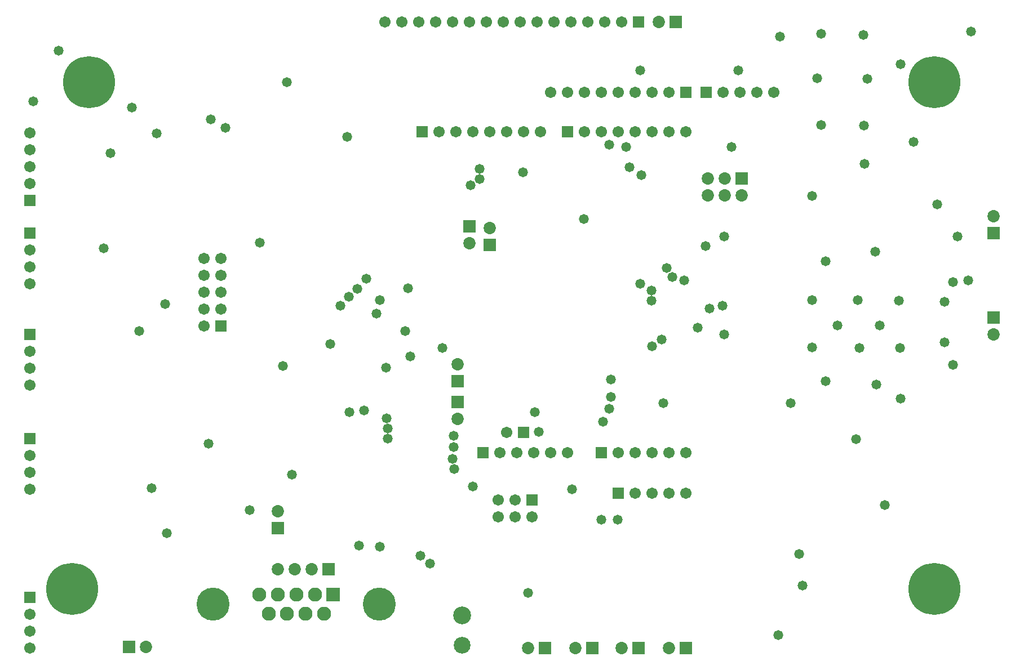
<source format=gbs>
G04 Layer_Color=16711935*
%FSLAX25Y25*%
%MOIN*%
G70*
G01*
G75*
%ADD137C,0.06706*%
%ADD138R,0.06706X0.06706*%
%ADD139C,0.07300*%
%ADD140R,0.07300X0.07300*%
%ADD141R,0.06706X0.06706*%
%ADD142C,0.30800*%
%ADD143R,0.07300X0.07300*%
%ADD144C,0.08300*%
%ADD145R,0.08300X0.08300*%
%ADD146C,0.19540*%
%ADD147C,0.10580*%
%ADD148C,0.09893*%
%ADD149C,0.05800*%
D137*
X118000Y245500D02*
D03*
X128000D02*
D03*
X118000Y235500D02*
D03*
X128000D02*
D03*
X118000Y225500D02*
D03*
X128000D02*
D03*
X118000Y215500D02*
D03*
X128000D02*
D03*
X118000Y205500D02*
D03*
X292000Y92500D02*
D03*
Y102500D02*
D03*
X302000Y92500D02*
D03*
Y102500D02*
D03*
X312000Y92500D02*
D03*
X365000Y385500D02*
D03*
X355000D02*
D03*
X345000D02*
D03*
X335000D02*
D03*
X325000D02*
D03*
X315000D02*
D03*
X305000D02*
D03*
X295000D02*
D03*
X285000D02*
D03*
X275000D02*
D03*
X265000D02*
D03*
X255000D02*
D03*
X245000D02*
D03*
X235000D02*
D03*
X225000D02*
D03*
X383000Y344000D02*
D03*
X373000D02*
D03*
X363000D02*
D03*
X353000D02*
D03*
X343000D02*
D03*
X333000D02*
D03*
X323000D02*
D03*
X393000D02*
D03*
X15000Y15000D02*
D03*
Y25000D02*
D03*
Y35000D02*
D03*
Y320000D02*
D03*
Y310000D02*
D03*
Y300000D02*
D03*
Y290000D02*
D03*
Y109000D02*
D03*
Y119000D02*
D03*
Y129000D02*
D03*
X257000Y320500D02*
D03*
X267000D02*
D03*
X277000D02*
D03*
X287000D02*
D03*
X297000D02*
D03*
X307000D02*
D03*
X317000D02*
D03*
X297000Y142500D02*
D03*
X15000Y170500D02*
D03*
Y180500D02*
D03*
Y190500D02*
D03*
Y230500D02*
D03*
Y240500D02*
D03*
Y250500D02*
D03*
X343000Y320500D02*
D03*
X353000D02*
D03*
X363000D02*
D03*
X373000D02*
D03*
X383000D02*
D03*
X393000D02*
D03*
X403000D02*
D03*
X363000Y130500D02*
D03*
X373000D02*
D03*
X383000D02*
D03*
X393000D02*
D03*
X403000D02*
D03*
X333000D02*
D03*
X323000D02*
D03*
X313000D02*
D03*
X303000D02*
D03*
X293000D02*
D03*
X373000Y106500D02*
D03*
X383000D02*
D03*
X393000D02*
D03*
X403000D02*
D03*
X425000Y344000D02*
D03*
X435000D02*
D03*
X445000D02*
D03*
X455000D02*
D03*
D138*
X128000Y205500D02*
D03*
X15000Y45000D02*
D03*
Y280000D02*
D03*
Y139000D02*
D03*
Y200500D02*
D03*
Y260500D02*
D03*
D139*
X416000Y283000D02*
D03*
Y293000D02*
D03*
X426000Y283000D02*
D03*
Y293000D02*
D03*
X436000Y283000D02*
D03*
X393000Y15000D02*
D03*
X365000D02*
D03*
X337500D02*
D03*
X181500Y61500D02*
D03*
X171500D02*
D03*
X161500D02*
D03*
X83500Y15500D02*
D03*
X268000Y150500D02*
D03*
X309500Y15000D02*
D03*
X387000Y385500D02*
D03*
X275000Y254500D02*
D03*
X287000Y263500D02*
D03*
X161500Y96000D02*
D03*
X268000Y183000D02*
D03*
X585000Y270500D02*
D03*
Y200500D02*
D03*
D140*
X436000Y293000D02*
D03*
X403000Y15000D02*
D03*
X375000D02*
D03*
X347500D02*
D03*
X191500Y61500D02*
D03*
X73500Y15500D02*
D03*
X319500Y15000D02*
D03*
X397000Y385500D02*
D03*
D141*
X312000Y102500D02*
D03*
X375000Y385500D02*
D03*
X403000Y344000D02*
D03*
X247000Y320500D02*
D03*
X307000Y142500D02*
D03*
X333000Y320500D02*
D03*
X353000Y130500D02*
D03*
X283000D02*
D03*
X363000Y106500D02*
D03*
X415000Y344000D02*
D03*
D142*
X40000Y50000D02*
D03*
X50000Y350000D02*
D03*
X550000Y50000D02*
D03*
Y350000D02*
D03*
D143*
X268000Y160500D02*
D03*
X275000Y264500D02*
D03*
X287000Y253500D02*
D03*
X161500Y86000D02*
D03*
X268000Y173000D02*
D03*
X585000Y260500D02*
D03*
Y210500D02*
D03*
D144*
X150689Y46492D02*
D03*
X156142Y35311D02*
D03*
X161594Y46492D02*
D03*
X167047Y35311D02*
D03*
X172500Y46492D02*
D03*
X177953Y35311D02*
D03*
X183405Y46492D02*
D03*
X188858Y35311D02*
D03*
D145*
X194311Y46492D02*
D03*
D146*
X221693Y40902D02*
D03*
X123307D02*
D03*
D147*
X270500Y34216D02*
D03*
D148*
Y16500D02*
D03*
D149*
X472000Y52000D02*
D03*
X520405Y99598D02*
D03*
X477500Y282500D02*
D03*
X505500Y192500D02*
D03*
X504500Y221000D02*
D03*
X492500Y206000D02*
D03*
X517500D02*
D03*
X529500Y192500D02*
D03*
X529000Y220500D02*
D03*
X477500Y193000D02*
D03*
Y221000D02*
D03*
X561000Y182500D02*
D03*
Y231500D02*
D03*
X570000Y232500D02*
D03*
X376500Y295000D02*
D03*
X342500Y269000D02*
D03*
X251500Y65000D02*
D03*
X246000Y69500D02*
D03*
X530000Y360500D02*
D03*
X309500Y47500D02*
D03*
X508500Y301500D02*
D03*
X483000Y324500D02*
D03*
X508177Y324177D02*
D03*
X537500Y314500D02*
D03*
X457500Y22500D02*
D03*
X220000Y213000D02*
D03*
X222000Y221000D02*
D03*
X238500Y228000D02*
D03*
X259000Y192500D02*
D03*
X266000Y121000D02*
D03*
X265000Y127000D02*
D03*
X313500Y154500D02*
D03*
X316000Y143000D02*
D03*
X335500Y109000D02*
D03*
X265500Y134000D02*
D03*
X277000Y110500D02*
D03*
X265500Y140500D02*
D03*
X226500Y139000D02*
D03*
Y145000D02*
D03*
X357500Y156500D02*
D03*
X275500Y289000D02*
D03*
X281000Y298500D02*
D03*
Y292500D02*
D03*
X369500Y299500D02*
D03*
X145000Y96500D02*
D03*
X470000Y70500D02*
D03*
X32000Y368500D02*
D03*
X122000Y328000D02*
D03*
X353000Y91000D02*
D03*
X362500D02*
D03*
X17000Y338500D02*
D03*
X551500Y277500D02*
D03*
X458677Y377000D02*
D03*
X202500Y317500D02*
D03*
X358500Y163500D02*
D03*
X395000Y234500D02*
D03*
X391500Y240000D02*
D03*
X382500Y220500D02*
D03*
X402000Y232500D02*
D03*
X95000Y218500D02*
D03*
X240000Y187500D02*
D03*
X226000Y151000D02*
D03*
X222000Y75000D02*
D03*
X209500Y75500D02*
D03*
X389500Y160000D02*
D03*
X376000Y357000D02*
D03*
X79500Y202500D02*
D03*
X508000Y378000D02*
D03*
X75276Y334921D02*
D03*
X130500Y323000D02*
D03*
X62500Y308000D02*
D03*
X480677Y352252D02*
D03*
X510177Y351752D02*
D03*
X58429Y251571D02*
D03*
X483000Y378500D02*
D03*
X515500Y171000D02*
D03*
X430000Y311500D02*
D03*
X382500Y226500D02*
D03*
X376000Y230500D02*
D03*
X417000Y216000D02*
D03*
X358500Y174000D02*
D03*
X410000Y204500D02*
D03*
X425500Y200500D02*
D03*
X414500Y253000D02*
D03*
X424500Y217500D02*
D03*
X367453Y311453D02*
D03*
X465000Y160000D02*
D03*
X151000Y255008D02*
D03*
X90000Y319500D02*
D03*
X530000Y162500D02*
D03*
X503500Y138500D02*
D03*
X170000Y117500D02*
D03*
X388500Y197500D02*
D03*
X383000Y193500D02*
D03*
X204000Y154500D02*
D03*
X212500Y155500D02*
D03*
X164500Y182000D02*
D03*
X198500Y217500D02*
D03*
X208500Y227500D02*
D03*
X225500Y181000D02*
D03*
X192500Y195000D02*
D03*
X167000Y350000D02*
D03*
X237000Y202500D02*
D03*
X306500Y296500D02*
D03*
X556000Y196000D02*
D03*
Y220000D02*
D03*
X354000Y149000D02*
D03*
X96000Y83000D02*
D03*
X214000Y233500D02*
D03*
X120500Y136000D02*
D03*
X87000Y109500D02*
D03*
X571500Y380000D02*
D03*
X357500Y313000D02*
D03*
X485500Y244000D02*
D03*
Y173000D02*
D03*
X515000Y249500D02*
D03*
X563500Y258500D02*
D03*
X434000Y357000D02*
D03*
X425500Y258500D02*
D03*
X203500Y223000D02*
D03*
M02*

</source>
